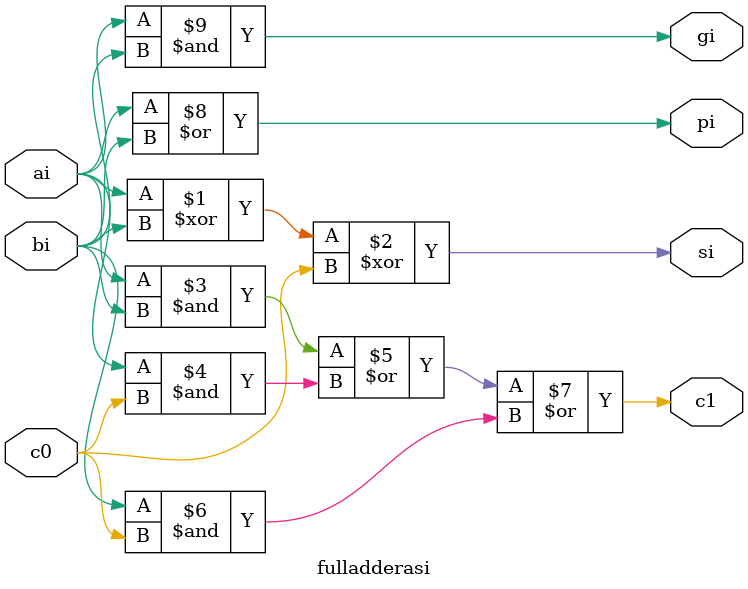
<source format=v>
`timescale 1ns/1ns
module fulladderasi(input ai,bi,c0,output si,c1,gi,pi);
  assign #(86) si = ai ^ bi ^ c0;
  assign #(62) c1 = ( ai & bi)|(ai & c0)|(bi&c0);
  assign #(19) pi = ai | bi;
  assign #(17) gi = ai & bi;
endmodule

</source>
